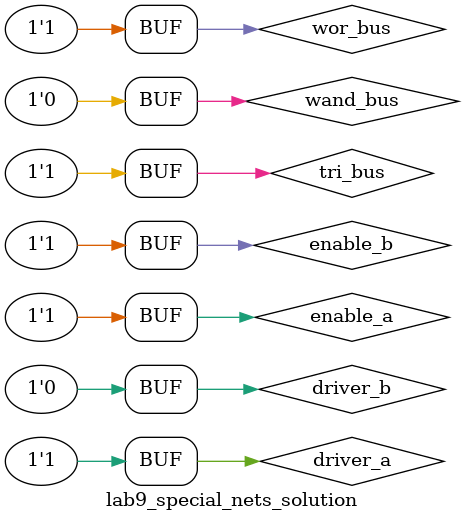
<source format=v>

module lab9_special_nets_solution();
    
    reg driver_a, driver_b;
    reg enable_a, enable_b;

    // Declare a tri-state wire.
    tri tri_bus;
    
    // Declare a wired-AND net.
    wand wand_bus;
    
    // Declare a wired-OR net.
    wor wor_bus;

    assign tri_bus = (enable_a) ? driver_a : 1'bz;
    assign tri_bus = (enable_b) ? driver_b : 1'bz;
    
    assign wand_bus = driver_a;
    assign wand_bus = driver_b;
    assign wor_bus  = driver_a;
    assign wor_bus  = driver_b;
    
    initial begin
        $display("\n--- Lab 9: Special Net Types (Solution) ---");
        $monitor("Time: %2d, A=%b, enA=%b, B=%b, enB=%b | tri=%b, wand=%b, wor=%b",
                 $time, driver_a, enable_a, driver_b, enable_b, tri_bus, wand_bus, wor_bus);
        
        // Scenario 1: A=1, B=Z -> tri=1
        driver_a=1; enable_a=1; driver_b=0; enable_b=0; #10;
        
        // Scenario 2: A=Z, B=0 -> tri=0
        driver_a=1; enable_a=0; driver_b=0; enable_b=1; #10;
        
        // Scenario 3: A=1, B=0 -> contention, tri=X
        // wand = 1 & 0 = 0
        // wor = 1 | 0 = 1
        driver_a=1; enable_a=1; driver_b=0; enable_b=1; #10;
    end

endmodule

</source>
